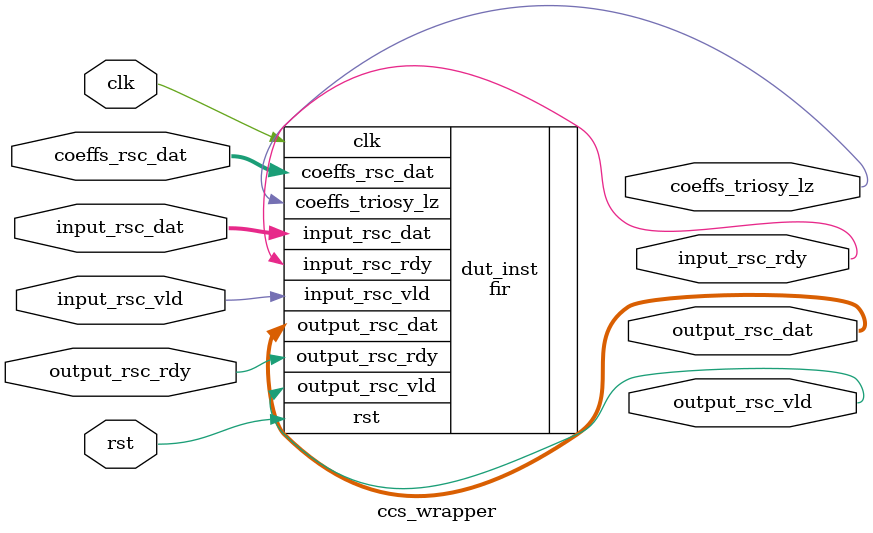
<source format=v>


module ccs_wrapper (
  clk, rst, input_rsc_dat, input_rsc_vld, input_rsc_rdy, coeffs_rsc_dat, coeffs_triosy_lz, output_rsc_dat, output_rsc_vld,
      output_rsc_rdy
);
  input clk;
  input rst;
  input [7:0] input_rsc_dat;
  input input_rsc_vld;
  output input_rsc_rdy;
  input [63:0] coeffs_rsc_dat;
  output coeffs_triosy_lz;
  output [7:0] output_rsc_dat;
  output output_rsc_vld;
  input output_rsc_rdy;


  fir dut_inst (
    .clk(clk),
    .rst(rst),
    .input_rsc_dat(input_rsc_dat),
    .input_rsc_vld(input_rsc_vld),
    .input_rsc_rdy(input_rsc_rdy),
    .coeffs_rsc_dat(coeffs_rsc_dat),
    .coeffs_triosy_lz(coeffs_triosy_lz),
    .output_rsc_dat(output_rsc_dat),
    .output_rsc_vld(output_rsc_vld),
    .output_rsc_rdy(output_rsc_rdy)
  );

endmodule


</source>
